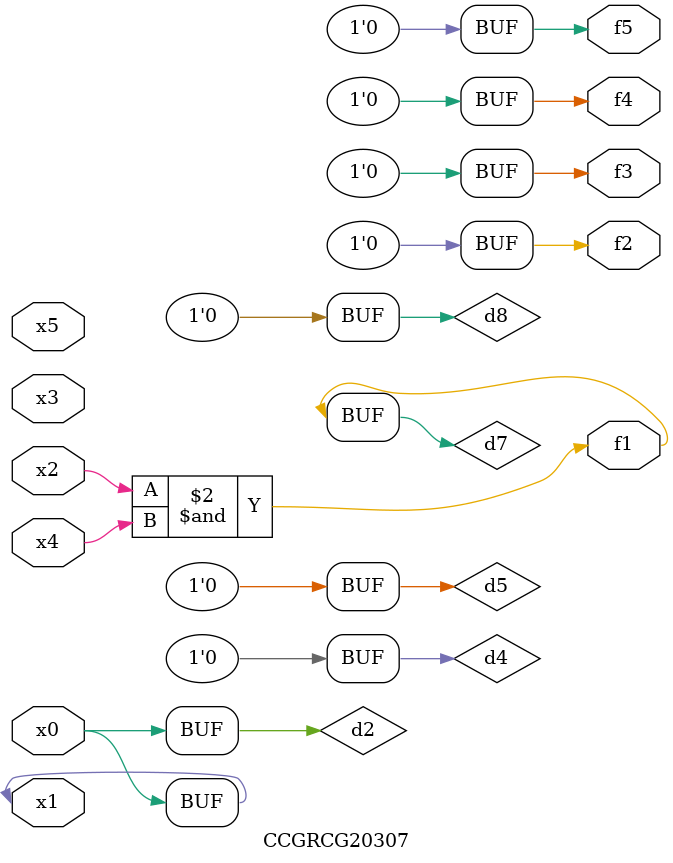
<source format=v>
module CCGRCG20307(
	input x0, x1, x2, x3, x4, x5,
	output f1, f2, f3, f4, f5
);

	wire d1, d2, d3, d4, d5, d6, d7, d8, d9;

	nand (d1, x1);
	buf (d2, x0, x1);
	nand (d3, x2, x4);
	and (d4, d1, d2);
	and (d5, d1, d2);
	nand (d6, d1, d3);
	not (d7, d3);
	xor (d8, d5);
	nor (d9, d5, d6);
	assign f1 = d7;
	assign f2 = d8;
	assign f3 = d8;
	assign f4 = d8;
	assign f5 = d8;
endmodule

</source>
